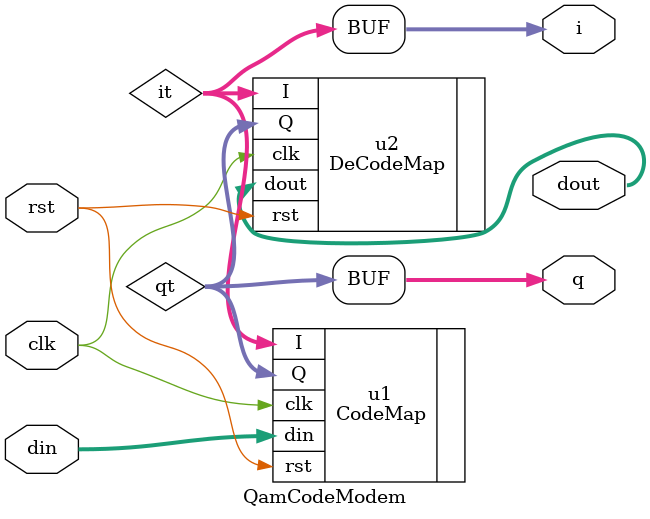
<source format=v>
module QamCodeModem (
	rst,clk,din,
	dout,i,q); 
	
	input		rst;   //复位信号，高电平有效
	input		clk;   //FPGA系统时钟
	input	 [3:0]	din;     //输入的原始数据
	output [3:0]	dout;    //解调后的原始数据
	output [2:0]   i;       //星座映射的I支路数据
	output [2:0]   q;       //星座映射的Q支路数据	

	
	//实例化16QAM编码模块
	wire  [2:0] it,qt;	
   CodeMap u1 (
	   .rst (rst),
		.clk (clk),
		.din (din),
		.I (it),
		.Q (qt));
		
	//实例化16QAM解码模块
   DeCodeMap u2 (
	   .rst (rst),
		.clk (clk),
		.dout (dout),
		.I (it),
		.Q (qt));
		
	assign i = it;
	assign q = qt;	
	
endmodule
	
</source>
